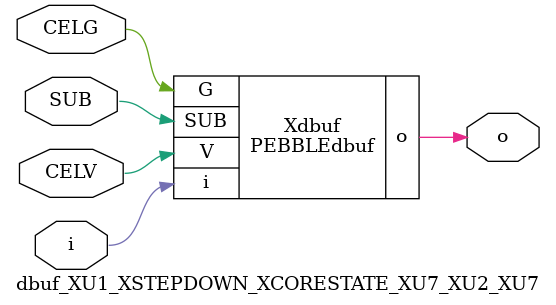
<source format=v>



module PEBBLEdbuf ( o, G, SUB, V, i );

  input V;
  input i;
  input G;
  output o;
  input SUB;
endmodule

//Celera Confidential Do Not Copy dbuf_XU1_XSTEPDOWN_XCORESTATE_XU7_XU2_XU7
//Celera Confidential Symbol Generator
//Digital Buffer
module dbuf_XU1_XSTEPDOWN_XCORESTATE_XU7_XU2_XU7 (CELV,CELG,i,o,SUB);
input CELV;
input CELG;
input i;
input SUB;
output o;

//Celera Confidential Do Not Copy dbuf
PEBBLEdbuf Xdbuf(
.V (CELV),
.i (i),
.o (o),
.SUB (SUB),
.G (CELG)
);
//,diesize,PEBBLEdbuf

//Celera Confidential Do Not Copy Module End
//Celera Schematic Generator
endmodule

</source>
